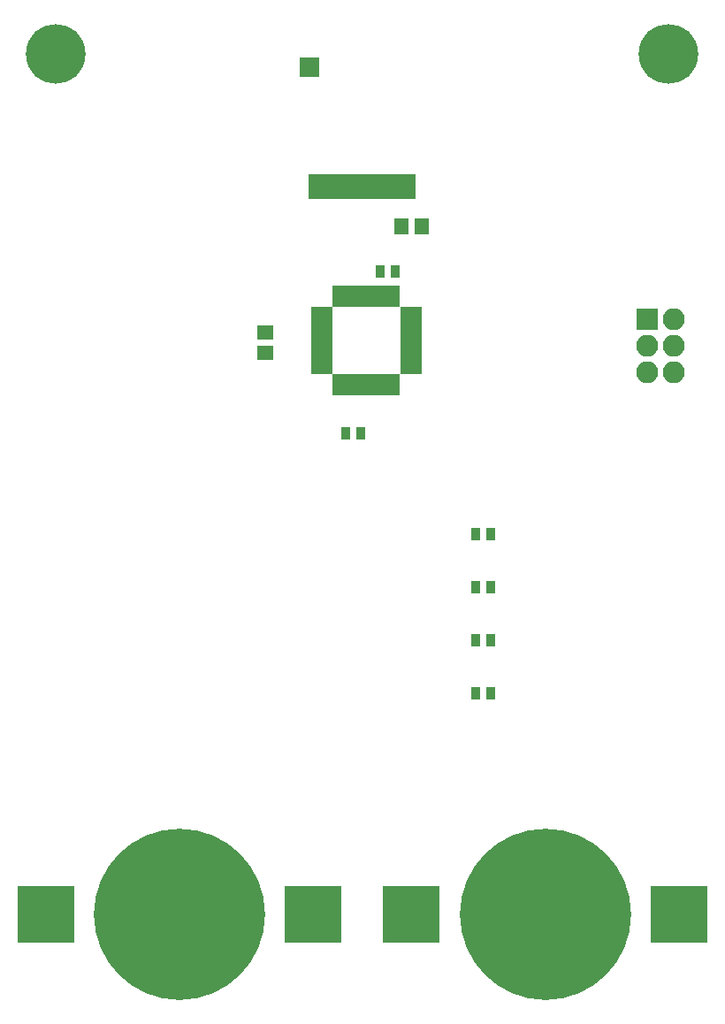
<source format=gbs>
G04 #@! TF.FileFunction,Soldermask,Bot*
%FSLAX46Y46*%
G04 Gerber Fmt 4.6, Leading zero omitted, Abs format (unit mm)*
G04 Created by KiCad (PCBNEW 4.0.6) date 09/11/17 20:09:05*
%MOMM*%
%LPD*%
G01*
G04 APERTURE LIST*
%ADD10C,0.100000*%
%ADD11R,0.900000X1.300000*%
%ADD12C,5.700000*%
%ADD13R,5.500000X5.500000*%
%ADD14C,16.400000*%
%ADD15R,1.400000X1.650000*%
%ADD16R,1.650000X1.400000*%
%ADD17R,2.100000X2.100000*%
%ADD18O,2.100000X2.100000*%
%ADD19R,2.000000X0.950000*%
%ADD20R,0.950000X2.000000*%
%ADD21R,1.400000X2.400000*%
%ADD22R,1.900000X1.900000*%
G04 APERTURE END LIST*
D10*
D11*
X133362000Y-91948000D03*
X134862000Y-91948000D03*
X145808000Y-116840000D03*
X147308000Y-116840000D03*
X145808000Y-106680000D03*
X147308000Y-106680000D03*
X145808000Y-111760000D03*
X147308000Y-111760000D03*
X138164000Y-76454000D03*
X136664000Y-76454000D03*
X145808000Y-101600000D03*
X147308000Y-101600000D03*
D12*
X164338000Y-55626000D03*
D13*
X104700000Y-138000000D03*
X130300000Y-138000000D03*
D14*
X117500000Y-138000000D03*
D13*
X139700000Y-138000000D03*
X165300000Y-138000000D03*
D14*
X152500000Y-138000000D03*
D15*
X140700000Y-72136000D03*
X138700000Y-72136000D03*
D16*
X125730000Y-82312000D03*
X125730000Y-84312000D03*
D17*
X162306000Y-81026000D03*
D18*
X164846000Y-81026000D03*
X162306000Y-83566000D03*
X164846000Y-83566000D03*
X162306000Y-86106000D03*
X164846000Y-86106000D03*
D19*
X131126000Y-85864000D03*
X131126000Y-85064000D03*
X131126000Y-84264000D03*
X131126000Y-83464000D03*
X131126000Y-82664000D03*
X131126000Y-81864000D03*
X131126000Y-81064000D03*
X131126000Y-80264000D03*
D20*
X132576000Y-78814000D03*
X133376000Y-78814000D03*
X134176000Y-78814000D03*
X134976000Y-78814000D03*
X135776000Y-78814000D03*
X136576000Y-78814000D03*
X137376000Y-78814000D03*
X138176000Y-78814000D03*
D19*
X139626000Y-80264000D03*
X139626000Y-81064000D03*
X139626000Y-81864000D03*
X139626000Y-82664000D03*
X139626000Y-83464000D03*
X139626000Y-84264000D03*
X139626000Y-85064000D03*
X139626000Y-85864000D03*
D20*
X138176000Y-87314000D03*
X137376000Y-87314000D03*
X136576000Y-87314000D03*
X135776000Y-87314000D03*
X134976000Y-87314000D03*
X134176000Y-87314000D03*
X133376000Y-87314000D03*
X132576000Y-87314000D03*
D21*
X139400000Y-68390000D03*
X138130000Y-68390000D03*
X136860000Y-68390000D03*
X135590000Y-68390000D03*
X134320000Y-68390000D03*
X133050000Y-68390000D03*
X131780000Y-68390000D03*
X130510000Y-68390000D03*
D22*
X129920000Y-56890000D03*
D12*
X105664000Y-55626000D03*
M02*

</source>
